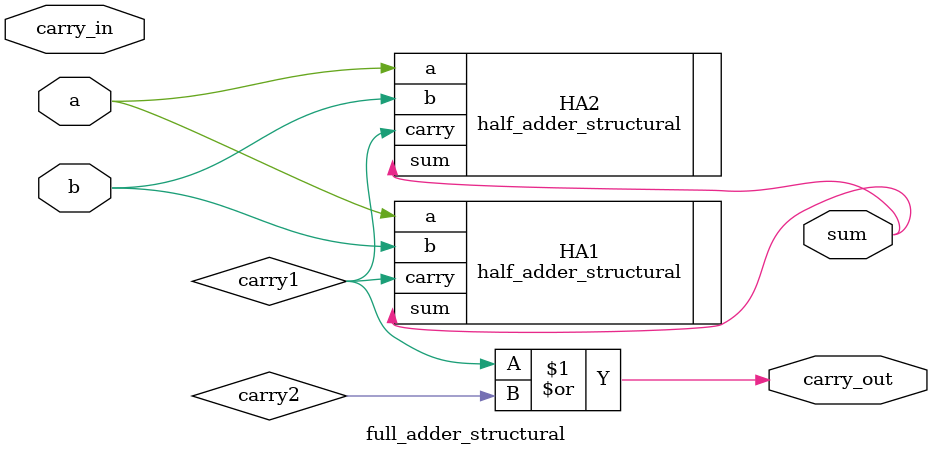
<source format=v>
module full_adder_structural (
    input a,
    input b,
    input carry_in,
    output sum,
    output carry_out
);

wire sum1 ;
wire carry1 ;
wire carry2 ;

half_adder_structural HA1(
    .a(a),
    .b(b),
    .sum(sum),
    .carry(carry1)
);

half_adder_structural HA2(
    .a(a),
    .b(b),
    .sum(sum),
    .carry(carry1)
);

or (carry_out,carry1,carry2) ; 
    
endmodule
</source>
